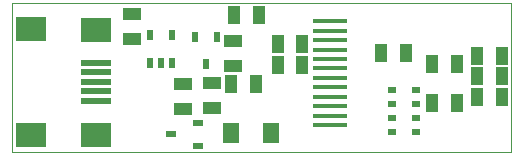
<source format=gbp>
G75*
G70*
%OFA0B0*%
%FSLAX24Y24*%
%IPPOS*%
%LPD*%
%AMOC8*
5,1,8,0,0,1.08239X$1,22.5*
%
%ADD10C,0.0000*%
%ADD11R,0.1181X0.0157*%
%ADD12R,0.0984X0.0787*%
%ADD13R,0.0984X0.0197*%
%ADD14R,0.0236X0.0354*%
%ADD15R,0.0433X0.0591*%
%ADD16R,0.0591X0.0433*%
%ADD17R,0.0354X0.0236*%
%ADD18R,0.0551X0.0709*%
%ADD19R,0.0315X0.0197*%
D10*
X000675Y001220D02*
X000675Y006190D01*
X017307Y006190D01*
X017307Y001220D01*
X000675Y001220D01*
D11*
X011269Y002125D03*
X011269Y002440D03*
X011269Y002755D03*
X011269Y003070D03*
X011269Y003385D03*
X011269Y003700D03*
X011269Y004015D03*
X011269Y004330D03*
X011269Y004645D03*
X011269Y004960D03*
X011269Y005275D03*
X011269Y005590D03*
D12*
X003460Y005302D03*
X001294Y005341D03*
X001294Y001798D03*
X003460Y001798D03*
D13*
X003460Y002940D03*
X003460Y003255D03*
X003460Y003570D03*
X003460Y003884D03*
X003460Y004199D03*
D14*
X005257Y004209D03*
X005631Y004209D03*
X006005Y004209D03*
X007121Y004169D03*
X006747Y005074D03*
X006005Y005114D03*
X005257Y005114D03*
X007495Y005074D03*
D15*
X008072Y005780D03*
X008899Y005780D03*
X009512Y004830D03*
X010339Y004830D03*
X010339Y004120D03*
X009512Y004120D03*
X008789Y003500D03*
X007962Y003500D03*
X012962Y004520D03*
X013789Y004520D03*
X014662Y004170D03*
X015489Y004170D03*
X016162Y004440D03*
X016989Y004440D03*
X016989Y003760D03*
X016162Y003760D03*
X016162Y003070D03*
X015489Y002870D03*
X014662Y002870D03*
X016989Y003070D03*
D16*
X008025Y004096D03*
X007325Y003533D03*
X006375Y003503D03*
X007325Y002706D03*
X006375Y002676D03*
X008025Y004923D03*
X004665Y005006D03*
X004665Y005833D03*
D17*
X006870Y002188D03*
X005965Y001814D03*
X006870Y001440D03*
D18*
X007956Y001870D03*
X009295Y001870D03*
D19*
X013341Y001895D03*
X013341Y002368D03*
X013341Y002840D03*
X013341Y003312D03*
X014128Y003312D03*
X014128Y002840D03*
X014128Y002368D03*
X014128Y001895D03*
M02*

</source>
